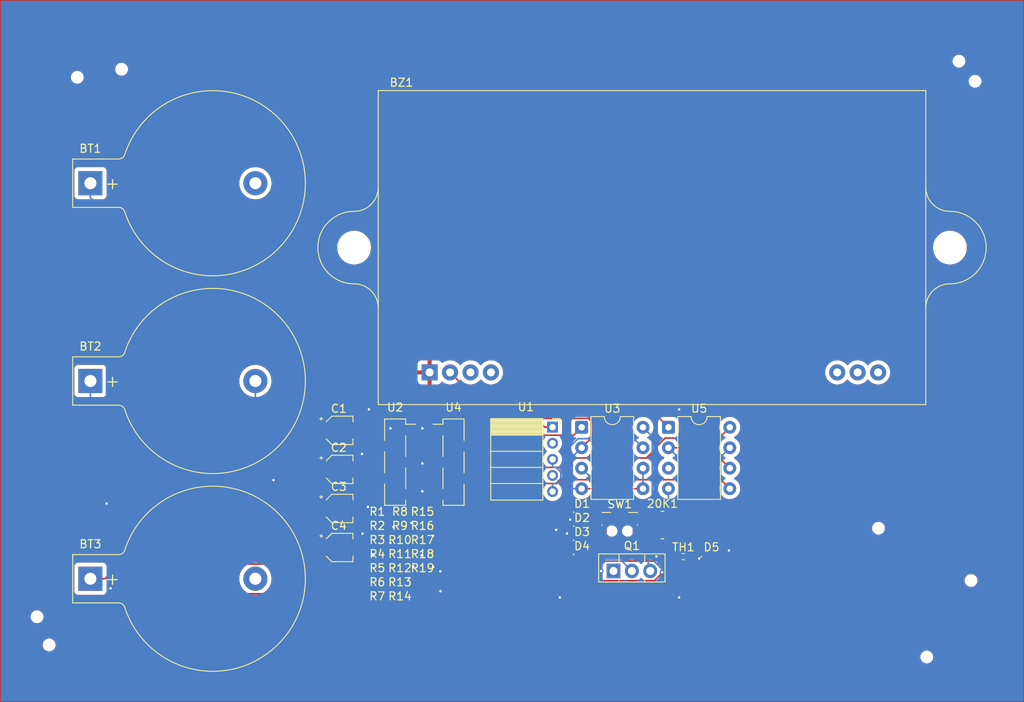
<source format=kicad_pcb>
(kicad_pcb (version 20241229) (generator "pcbnew") (generator_version "9.0")
  (layers (0 "F.Cu" signal) (2 "B.Cu" signal) (13 "F.Paste" user) (15 "B.Paste" user) (5 "F.SilkS" user "F.Silkscreen") (7 "B.SilkS" user "B.Silkscreen") (1 "F.Mask" user) (3 "B.Mask" user) (25 "Edge.Cuts" user))
  (net 0 "")
  (net 1 "+12V")
  (net 2 "12V")
  (net 3 "Net-(BT1-+)")
  (net 4 "Net-(BT2--)")
  (net 5 "Net-(BT2-+)")
  (net 6 "Net-(BT3-+)")
  (net 7 "Net-(BZ1--)")
  (net 8 "VEE")
  (net 9 "Net-(U3-GND)")
  (net 10 "Net-(U3-CV)")
  (net 11 "Net-(U5-CV)")
  (net 12 "Net-(U5-GND)")
  (net 13 "Net-(U5-THR)")
  (net 14 "Net-(D1-A)")
  (net 15 "Net-(D2-A)")
  (net 16 "Net-(D3-A)")
  (net 17 "Net-(D4-A)")
  (net 18 "Net-(D5-A)")
  (net 19 "Net-(Q1-C)")
  (net 20 "Net-(Q1-B)")
  (net 21 "Net-(R2-Pad1)")
  (net 22 "Net-(U2A--)")
  (net 23 "Net-(R6-Pad2)")
  (net 24 "Net-(R8-Pad1)")
  (net 25 "Net-(U3-VCC)")
  (net 26 "Net-(U3-DIS)")
  (net 27 "Net-(U5-R)")
  (net 28 "Net-(U5-VCC)")
  (net 30 "Net-(U1A-+)")
  (net 32 "CAR_BATTERY")
  (footprint "Battery:BatteryHolder_Keystone_103_1x20mm" (layer "F.Cu") (at 71.6275 67.1557)
    (property "Reference" "BT1" (at 0 -4.3 0) (layer "F.SilkS"))
    (property "Value" "12v")
    (fp_text user "+" (at 2.75 0 0) (layer "F.SilkS") (effects (font (size 1.5 1.5))))
    (pad "1" thru_hole rect (at 0 0) (size 3 3) (drill 1.5) (layers "*.Cu" "*.Mask") (net 3 "Net-(BT1-+)"))
    (pad "2" thru_hole circle (at 20.49 0) (size 3 3) (drill 1.5) (layers "*.Cu" "*.Mask") (net 1 "+12V"))
  )
  (footprint "Resistor_SMD:R_0201_0603Metric_Pad0.64x0.40mm_HandSolder" (layer "F.Cu") (at 110.0675 110.75)
    (property "Reference" "R9" (at 0 -1.05 0) (layer "F.SilkS"))
    (property "Value" "10K")
    (pad "1" smd roundrect (at -0.4075 0) (size 0.635 0.4) (layers "F.Cu" "F.Mask") (net 16 "Net-(D3-A)"))
    (pad "2" smd roundrect (at 0.4075 0) (size 0.635 0.4) (layers "F.Cu" "F.Mask") (net 10 "Net-(U3-CV)"))
  )
  (footprint "Resistor_SMD:R_0402_1005Metric_Pad0.72x0.64mm_HandSolder" (layer "F.Cu") (at 145.2775 113.53)
    (property "Reference" "TH1" (at 0 -1.17 0) (layer "F.SilkS"))
    (property "Value" "Thermistor_NTC")
    (pad "1" smd roundrect (at -0.5975 0) (size 0.715 0.64) (layers "F.Cu" "F.Mask" "F.Paste") (net 5 "Net-(BT2-+)"))
    (pad "2" smd roundrect (at 0.5975 0) (size 0.715 0.64) (layers "F.Cu" "F.Mask" "F.Paste") (net 1 "+12V"))
  )
  (footprint "LED_SMD:LED_0201_0603Metric_Pad0.64x0.40mm_HandSolder" (layer "F.Cu") (at 132.6875 108.01)
    (property "Reference" "D1" (at 0 -1.05 0) (layer "F.SilkS"))
    (property "Value" "RED_LED")
    (pad "1" smd roundrect (at -0.4075 0) (size 0.635 0.4) (layers "F.Cu" "F.Mask") (net 3 "Net-(BT1-+)"))
    (pad "2" smd roundrect (at 0.4075 0) (size 0.635 0.4) (layers "F.Cu" "F.Mask") (net 14 "Net-(D1-A)"))
  )
  (footprint "Resistor_SMD:R_0201_0603Metric_Pad0.64x0.40mm_HandSolder" (layer "F.Cu") (at 107.2575 119.5)
    (property "Reference" "R7" (at 0 -1.05 0) (layer "F.SilkS"))
    (property "Value" "10K")
    (pad "1" smd roundrect (at -0.4075 0) (size 0.635 0.4) (layers "F.Cu" "F.Mask") (net 23 "Net-(R6-Pad2)"))
    (pad "2" smd roundrect (at 0.4075 0) (size 0.635 0.4) (layers "F.Cu" "F.Mask") (net 1 "+12V"))
  )
  (footprint "Resistor_SMD:R_0201_0603Metric_Pad0.64x0.40mm_HandSolder" (layer "F.Cu") (at 107.2575 117.75)
    (property "Reference" "R6" (at 0 -1.05 0) (layer "F.SilkS"))
    (property "Value" "1OK")
    (pad "1" smd roundrect (at -0.4075 0) (size 0.635 0.4) (layers "F.Cu" "F.Mask") (net 5 "Net-(BT2-+)"))
    (pad "2" smd roundrect (at 0.4075 0) (size 0.635 0.4) (layers "F.Cu" "F.Mask") (net 23 "Net-(R6-Pad2)"))
  )
  (footprint "Audio_Module:Reverb_BTDR-1H" (layer "F.Cu") (at 113.7575 90.65)
    (property "Reference" "BZ1" (at -3.5 -36 0) (layer "F.SilkS"))
    (property "Value" "Buzzer")
    (pad "" np_thru_hole circle (at -9.38 -15.5) (size 3.7 3.7) (drill 3.7) (layers "*.Cu" "*.Mask"))
    (pad "" np_thru_hole circle (at 64.62 -15.5) (size 3.7 3.7) (drill 3.7) (layers "*.Cu" "*.Mask"))
    (pad "1" thru_hole rect (at 0 0) (size 2 2) (drill 1) (layers "*.Cu" "*.Mask") (net 8 "VEE"))
    (pad "2" thru_hole circle (at 2.54 0) (size 2 2) (drill 1) (layers "*.Cu" "*.Mask") (net 7 "Net-(BZ1--)"))
    (pad "3" thru_hole circle (at 5.08 0) (size 2 2) (drill 1) (layers "*.Cu" "*.Mask"))
    (pad "4" thru_hole circle (at 7.62 0) (size 2 2) (drill 1) (layers "*.Cu" "*.Mask"))
    (pad "5" thru_hole circle (at 50.62 0) (size 2 2) (drill 1) (layers "*.Cu" "*.Mask"))
    (pad "6" thru_hole circle (at 53.16 0) (size 2 2) (drill 1) (layers "*.Cu" "*.Mask"))
    (pad "7" thru_hole circle (at 55.7 0) (size 2 2) (drill 1) (layers "*.Cu" "*.Mask"))
  )
  (footprint "Resistor_SMD:R_0201_0603Metric_Pad0.64x0.40mm_HandSolder" (layer "F.Cu") (at 112.8775 109)
    (property "Reference" "R15" (at 0 -1.05 0) (layer "F.SilkS"))
    (property "Value" "50K")
    (pad "1" smd roundrect (at -0.4075 0) (size 0.635 0.4) (layers "F.Cu" "F.Mask") (net 26 "Net-(U3-DIS)"))
    (pad "2" smd roundrect (at 0.4075 0) (size 0.635 0.4) (layers "F.Cu" "F.Mask") (net 10 "Net-(U3-CV)"))
  )
  (footprint "Capacitor_SMD:CP_Elec_3x5.3" (layer "F.Cu") (at 102.4775 112.4)
    (property "Reference" "C4" (at 0 -2.7 0) (layer "F.SilkS"))
    (property "Value" "0.01uf")
    (pad "1" smd rect (at -1.5 0) (size 2.2 1.6) (layers "F.Cu" "F.Mask" "F.Paste") (net 13 "Net-(U5-THR)"))
    (pad "2" smd rect (at 1.5 0) (size 2.2 1.6) (layers "F.Cu" "F.Mask" "F.Paste") (net 12 "Net-(U5-GND)"))
  )
  (footprint "Resistor_SMD:R_0201_0603Metric_Pad0.64x0.40mm_HandSolder" (layer "F.Cu") (at 110.0675 116)
    (property "Reference" "R12" (at 0 -1.05 0) (layer "F.SilkS"))
    (property "Value" "10K")
    (pad "1" smd roundrect (at -0.4075 0) (size 0.635 0.4) (layers "F.Cu" "F.Mask") (net 25 "Net-(U3-VCC)"))
    (pad "2" smd roundrect (at 0.4075 0) (size 0.635 0.4) (layers "F.Cu" "F.Mask") (net 26 "Net-(U3-DIS)"))
  )
  (footprint "Diode_SMD:D_0402_1005Metric_Pad0.77x0.64mm_HandSolder" (layer "F.Cu") (at 148.7675 113.53)
    (property "Reference" "D5" (at 0 -1.17 0) (layer "F.SilkS"))
    (property "Value" "1N4007")
    (pad "1" smd roundrect (at -0.5725 0) (size 0.765 0.64) (layers "F.Cu" "F.Mask" "F.Paste") (net 7 "Net-(BZ1--)"))
    (pad "2" smd roundrect (at 0.5725 0) (size 0.765 0.64) (layers "F.Cu" "F.Mask" "F.Paste") (net 18 "Net-(D5-A)"))
  )
  (footprint "Connector_PinSocket_2.00mm:PinSocket_1x05_P2.00mm_Vertical_SMD_Pin1Right" (layer "F.Cu") (at 109.4775 101.8)
    (property "Reference" "U2" (at 0 -6.8 0) (layer "F.SilkS"))
    (property "Value" "LM358")
    (pad "1" smd rect (at 1.6 -4) (size 2 0.9) (layers "F.Cu" "F.Mask" "F.Paste") (net 10 "Net-(U3-CV)"))
    (pad "2" smd rect (at -1.6 -2) (size 2 0.9) (layers "F.Cu" "F.Mask" "F.Paste") (net 22 "Net-(U2A--)"))
    (pad "3" smd rect (at 1.6 0) (size 2 0.9) (layers "F.Cu" "F.Mask" "F.Paste") (net 1 "+12V"))
    (pad "4" smd rect (at -1.6 2) (size 2 0.9) (layers "F.Cu" "F.Mask" "F.Paste") (net 4 "Net-(BT2--)"))
    (pad "5" smd rect (at 1.6 4) (size 2 0.9) (layers "F.Cu" "F.Mask" "F.Paste"))
  )
  (footprint "Resistor_SMD:R_0201_0603Metric_Pad0.64x0.40mm_HandSolder" (layer "F.Cu") (at 107.2575 110.75)
    (property "Reference" "R2" (at 0 -1.05 0) (layer "F.SilkS"))
    (property "Value" "10k")
    (pad "1" smd roundrect (at -0.4075 0) (size 0.635 0.4) (layers "F.Cu" "F.Mask") (net 21 "Net-(R2-Pad1)"))
    (pad "2" smd roundrect (at 0.4075 0) (size 0.635 0.4) (layers "F.Cu" "F.Mask") (net 1 "+12V"))
  )
  (footprint "Resistor_SMD:R_0201_0603Metric_Pad0.64x0.40mm_HandSolder" (layer "F.Cu") (at 107.2575 109)
    (property "Reference" "R1" (at 0 -1.05 0) (layer "F.SilkS"))
    (property "Value" "220")
    (pad "1" smd roundrect (at -0.4075 0) (size 0.635 0.4) (layers "F.Cu" "F.Mask") (net 14 "Net-(D1-A)"))
    (pad "2" smd roundrect (at 0.4075 0) (size 0.635 0.4) (layers "F.Cu" "F.Mask") (net 3 "Net-(BT1-+)"))
  )
  (footprint "Resistor_SMD:R_0201_0603Metric_Pad0.64x0.40mm_HandSolder" (layer "F.Cu") (at 112.8775 114.25)
    (property "Reference" "R18" (at 0 -1.05 0) (layer "F.SilkS"))
    (property "Value" "1k")
    (pad "1" smd roundrect (at -0.4075 0) (size 0.635 0.4) (layers "F.Cu" "F.Mask") (net 28 "Net-(U5-VCC)"))
    (pad "2" smd roundrect (at 0.4075 0) (size 0.635 0.4) (layers "F.Cu" "F.Mask") (net 18 "Net-(D5-A)"))
  )
  (footprint "Package_DIP:DIP-8_W7.62mm" (layer "F.Cu") (at 132.6375 97.47)
    (property "Reference" "U3" (at 3.81 -2.33 0) (layer "F.SilkS"))
    (property "Value" "NE555P")
    (pad "1" thru_hole roundrect (at 0 0) (size 1.6 1.6) (drill 0.8) (layers "*.Cu" "*.Mask") (roundrect_rratio 0.15625) (net 9 "Net-(U3-GND)"))
    (pad "2" thru_hole circle (at 0 2.54) (size 1.6 1.6) (drill 0.8) (layers "*.Cu" "*.Mask") (net 10 "Net-(U3-CV)"))
    (pad "3" thru_hole circle (at 0 5.08) (size 1.6 1.6) (drill 0.8) (layers "*.Cu" "*.Mask") (net 20 "Net-(Q1-B)"))
    (pad "4" thru_hole circle (at 0 7.62) (size 1.6 1.6) (drill 0.8) (layers "*.Cu" "*.Mask") (net 10 "Net-(U3-CV)"))
    (pad "5" thru_hole circle (at 7.62 7.62) (size 1.6 1.6) (drill 0.8) (layers "*.Cu" "*.Mask") (net 10 "Net-(U3-CV)"))
    (pad "6" thru_hole circle (at 7.62 5.08) (size 1.6 1.6) (drill 0.8) (layers "*.Cu" "*.Mask") (net 10 "Net-(U3-CV)"))
    (pad "7" thru_hole circle (at 7.62 2.54) (size 1.6 1.6) (drill 0.8) (layers "*.Cu" "*.Mask") (net 26 "Net-(U3-DIS)"))
    (pad "8" thru_hole circle (at 7.62 0) (size 1.6 1.6) (drill 0.8) (layers "*.Cu" "*.Mask") (net 25 "Net-(U3-VCC)"))
  )
  (footprint "LED_SMD:LED_0201_0603Metric_Pad0.64x0.40mm_HandSolder" (layer "F.Cu") (at 132.6875 113.26)
    (property "Reference" "D4" (at 0 -1.05 0) (layer "F.SilkS"))
    (property "Value" "RED_LED")
    (pad "1" smd roundrect (at -0.4075 0) (size 0.635 0.4) (layers "F.Cu" "F.Mask") (net 1 "+12V"))
    (pad "2" smd roundrect (at 0.4075 0) (size 0.635 0.4) (layers "F.Cu" "F.Mask") (net 17 "Net-(D4-A)"))
  )
  (footprint "Battery:BatteryHolder_Keystone_103_1x20mm" (layer "F.Cu") (at 71.6275 91.7172)
    (property "Reference" "BT2" (at 0 -4.3 0) (layer "F.SilkS"))
    (property "Value" "12V")
    (fp_text user "+" (at 2.75 0 0) (layer "F.SilkS") (effects (font (size 1.5 1.5))))
    (pad "1" thru_hole rect (at 0 0) (size 3 3) (drill 1.5) (layers "*.Cu" "*.Mask") (net 5 "Net-(BT2-+)"))
    (pad "2" thru_hole circle (at 20.49 0) (size 3 3) (drill 1.5) (layers "*.Cu" "*.Mask") (net 4 "Net-(BT2--)"))
  )
  (footprint "Connector_PinSocket_2.00mm:PinSocket_1x05_P2.00mm_Vertical_SMD_Pin1Left" (layer "F.Cu") (at 116.7275 101.8)
    (property "Reference" "U4" (at 0 -6.8 0) (layer "F.SilkS"))
    (property "Value" "LM741")
    (pad "1" smd rect (at -1.6 -4) (size 2 0.9) (layers "F.Cu" "F.Mask" "F.Paste"))
    (pad "2" smd rect (at 1.6 -2) (size 2 0.9) (layers "F.Cu" "F.Mask" "F.Paste") (net 1 "+12V"))
    (pad "3" smd rect (at -1.6 0) (size 2 0.9) (layers "F.Cu" "F.Mask" "F.Paste") (net 32 "CAR_BATTERY"))
    (pad "4" smd rect (at 1.6 2) (size 2 0.9) (layers "F.Cu" "F.Mask" "F.Paste") (net 1 "+12V"))
    (pad "5" smd rect (at -1.6 4) (size 2 0.9) (layers "F.Cu" "F.Mask" "F.Paste"))
  )
  (footprint "Resistor_SMD:R_0201_0603Metric_Pad0.64x0.40mm_HandSolder" (layer "F.Cu") (at 112.8775 110.75)
    (property "Reference" "R16" (at 0 -1.05 0) (layer "F.SilkS"))
    (property "Value" "220")
    (pad "1" smd roundrect (at -0.4075 0) (size 0.635 0.4) (layers "F.Cu" "F.Mask") (net 17 "Net-(D4-A)"))
    (pad "2" smd roundrect (at 0.4075 0) (size 0.635 0.4) (layers "F.Cu" "F.Mask") (net 19 "Net-(Q1-C)"))
  )
  (footprint "Resistor_SMD:R_0201_0603Metric_Pad0.64x0.40mm_HandSolder" (layer "F.Cu") (at 107.2575 114.25)
    (property "Reference" "R4" (at 0 -1.05 0) (layer "F.SilkS"))
    (property "Value" "10k")
    (pad "1" smd roundrect (at -0.4075 0) (size 0.635 0.4) (layers "F.Cu" "F.Mask") (net 3 "Net-(BT1-+)"))
    (pad "2" smd roundrect (at 0.4075 0) (size 0.635 0.4) (layers "F.Cu" "F.Mask") (net 1 "+12V"))
  )
  (footprint "Capacitor_SMD:CP_Elec_3x5.3" (layer "F.Cu") (at 102.4775 102.7)
    (property "Reference" "C2" (at 0 -2.7 0) (layer "F.SilkS"))
    (property "Value" "0.01UF")
    (pad "1" smd rect (at -1.5 0) (size 2.2 1.6) (layers "F.Cu" "F.Mask" "F.Paste") (net 10 "Net-(U3-CV)"))
    (pad "2" smd rect (at 1.5 0) (size 2.2 1.6) (layers "F.Cu" "F.Mask" "F.Paste") (net 9 "Net-(U3-GND)"))
  )
  (footprint "Battery:BatteryHolder_Keystone_103_1x20mm" (layer "F.Cu") (at 71.6275 116.2786)
    (property "Reference" "BT3" (at 0 -4.3 0) (layer "F.SilkS"))
    (property "Value" "Battery")
    (fp_text user "+" (at 2.75 0 0) (layer "F.SilkS") (effects (font (size 1.5 1.5))))
    (pad "1" thru_hole rect (at 0 0) (size 3 3) (drill 1.5) (layers "*.Cu" "*.Mask") (net 6 "Net-(BT3-+)"))
    (pad "2" thru_hole circle (at 20.49 0) (size 3 3) (drill 1.5) (layers "*.Cu" "*.Mask") (net 1 "+12V"))
  )
  (footprint "Resistor_SMD:R_0201_0603Metric_Pad0.64x0.40mm_HandSolder" (layer "F.Cu") (at 112.8775 112.5)
    (property "Reference" "R17" (at 0 -1.05 0) (layer "F.SilkS"))
    (property "Value" "4.7k")
    (pad "1" smd roundrect (at -0.4075 0) (size 0.635 0.4) (layers "F.Cu" "F.Mask") (net 28 "Net-(U5-VCC)"))
    (pad "2" smd roundrect (at 0.4075 0) (size 0.635 0.4) (layers "F.Cu" "F.Mask") (net 27 "Net-(U5-R)"))
  )
  (footprint "Package_TO_SOT_THT:TO-126-3_Vertical" (layer "F.Cu") (at 136.5975 115.31)
    (property "Reference" "Q1" (at 2.28 -3.12 0) (layer "F.SilkS"))
    (property "Value" "BC457")
    (pad "1" thru_hole rect (at 0 0) (size 1.71 1.8) (drill 1) (layers "*.Cu" "*.Mask") (net 1 "+12V"))
    (pad "2" thru_hole oval (at 2.28 0) (size 1.71 1.8) (drill 1) (layers "*.Cu" "*.Mask") (net 19 "Net-(Q1-C)"))
    (pad "3" thru_hole oval (at 4.56 0) (size 1.71 1.8) (drill 1) (layers "*.Cu" "*.Mask") (net 20 "Net-(Q1-B)"))
  )
  (footprint "Resistor_SMD:R_0201_0603Metric_Pad0.64x0.40mm_HandSolder" (layer "F.Cu") (at 107.2575 116)
    (property "Reference" "R5" (at 0 -1.05 0) (layer "F.SilkS"))
    (property "Value" "10k")
    (pad "1" smd roundrect (at -0.4075 0) (size 0.635 0.4) (layers "F.Cu" "F.Mask") (net 1 "+12V"))
    (pad "2" smd roundrect (at 0.4075 0) (size 0.635 0.4) (layers "F.Cu" "F.Mask") (net 1 "+12V"))
  )
  (footprint "Connector_PinSocket_2.00mm:PinSocket_1x05_P2.00mm_Horizontal" (layer "F.Cu") (at 129.0275 97.45)
    (property "Reference" "U1" (at -3.31 -2.5 0) (layer "F.SilkS"))
    (property "Value" "LM358")
    (pad "1" thru_hole rect (at 0 0) (size 1.35 1.35) (drill 0.8) (layers "*.Cu" "*.Mask") (net 24 "Net-(R8-Pad1)"))
    (pad "2" thru_hole oval (at 0 2) (size 1.35 1.35) (drill 0.8) (layers "*.Cu" "*.Mask") (net 1 "+12V"))
    (pad "3" thru_hole oval (at 0 4) (size 1.35 1.35) (drill 0.8) (layers "*.Cu" "*.Mask") (net 30 "Net-(U1A-+)"))
    (pad "4" thru_hole oval (at 0 6) (size 1.35 1.35) (drill 0.8) (layers "*.Cu" "*.Mask") (net 1 "+12V"))
    (pad "5" thru_hole oval (at 0 8) (size 1.35 1.35) (drill 0.8) (layers "*.Cu" "*.Mask") (net 30 "Net-(U1A-+)"))
  )
  (footprint "Button_Switch_SMD:SW_SPST_CK_KMS2xxGP" (layer "F.Cu") (at 137.3675 109.61)
    (property "Reference" "SW1" (at 0 -2.6 0) (layer "F.SilkS"))
    (property "Value" "CK_KMS2xxGP")
    (pad "" np_thru_hole circle (at -0.975 0.75) (size 0.9 0.9) (drill 0.9) (layers "*.Cu" "*.Mask"))
    (pad "" np_thru_hole circle (at 0.975 0.75) (size 0.9 0.9) (drill 0.9) (layers "*.Cu" "*.Mask"))
    (pad "1" smd roundrect (at -2.05 -0.8) (size 0.9 1) (layers "F.Cu" "F.Mask" "F.Paste") (roundrect_rratio 0.15) (net 21 "Net-(R2-Pad1)"))
    (pad "1" smd roundrect (at 2.05 -0.8) (size 0.9 1) (layers "F.Cu" "F.Mask" "F.Paste") (roundrect_rratio 0.15) (net 21 "Net-(R2-Pad1)"))
    (pad "2" smd roundrect (at -2.05 0.8) (size 0.9 1) (layers "F.Cu" "F.Mask" "F.Paste") (roundrect_rratio 0.15) (net 5 "Net-(BT2-+)"))
    (pad "2" smd roundrect (at 2.05 0.8) (size 0.9 1) (layers "F.Cu" "F.Mask" "F.Paste") (roundrect_rratio 0.15) (net 5 "Net-(BT2-+)"))
    (pad "SH" smd roundrect (at 0 -1.425) (size 1.7 0.55) (layers "F.Cu" "F.Mask" "F.Paste") (roundrect_rratio 0.15))
  )
  (footprint "Resistor_SMD:R_0201_0603Metric_Pad0.64x0.40mm_HandSolder" (layer "F.Cu") (at 110.0675 114.25)
    (property "Reference" "R11" (at 0 -1.05 0) (layer "F.SilkS"))
    (property "Value" "10K")
    (pad "1" smd roundrect (at -0.4075 0) (size 0.635 0.4) (layers "F.Cu" "F.Mask") (net 6 "Net-(BT3-+)"))
    (pad "2" smd roundrect (at 0.4075 0) (size 0.635 0.4) (layers "F.Cu" "F.Mask") (net 2 "12V"))
  )
  (footprint "Resistor_SMD:R_0612_1632Metric" (layer "F.Cu") (at 142.6675 109.61)
    (property "Reference" "20K1" (at 0 -2.65 0) (layer "F.SilkS"))
    (property "Value" "Thermistor_NTC")
    (pad "1" smd roundrect (at -0.75 0) (size 1 3.4) (layers "F.Cu" "F.Mask" "F.Paste") (net 2 "12V"))
    (pad "2" smd roundrect (at 0.75 0) (size 1 3.4) (layers "F.Cu" "F.Mask" "F.Paste") (net 1 "+12V"))
  )
  (footprint "Package_DIP:DIP-8_W7.62mm" (layer "F.Cu") (at 143.4175 97.47)
    (property "Reference" "U5" (at 3.81 -2.33 0) (layer "F.SilkS"))
    (property "Value" "NE555P")
    (pad "1" thru_hole roundrect (at 0 0) (size 1.6 1.6) (drill 0.8) (layers "*.Cu" "*.Mask") (roundrect_rratio 0.15625) (net 12 "Net-(U5-GND)"))
    (pad "2" thru_hole circle (at 0 2.54) (size 1.6 1.6) (drill 0.8) (layers "*.Cu" "*.Mask") (net 13 "Net-(U5-THR)"))
    (pad "3" thru_hole circle (at 0 5.08) (size 1.6 1.6) (drill 0.8) (layers "*.Cu" "*.Mask") (net 1 "+12V"))
    (pad "4" thru_hole circle (at 0 7.62) (size 1.6 1.6) (drill 0.8) (layers "*.Cu" "*.Mask") (net 27 "Net-(U5-R)"))
    (pad "5" thru_hole circle (at 7.62 7.62) (size 1.6 1.6) (drill 0.8) (layers "*.Cu" "*.Mask") (net 11 "Net-(U5-CV)"))
    (pad "6" thru_hole circle (at 7.62 5.08) (size 1.6 1.6) (drill 0.8) (layers "*.Cu" "*.Mask") (net 13 "Net-(U5-THR)"))
    (pad "7" thru_hole circle (at 7.62 2.54) (size 1.6 1.6) (drill 0.8) (layers "*.Cu" "*.Mask") (net 18 "Net-(D5-A)"))
    (pad "8" thru_hole circle (at 7.62 0) (size 1.6 1.6) (drill 0.8) (layers "*.Cu" "*.Mask") (net 28 "Net-(U5-VCC)"))
  )
  (footprint "Resistor_SMD:R_0201_0603Metric_Pad0.64x0.40mm_HandSolder" (layer "F.Cu") (at 110.0675 119.5)
    (property "Reference" "R14" (at 0 -1.05 0) (layer "F.SilkS"))
    (property "Value" "10K")
    (pad "1" smd roundrect (at -0.4075 0) (size 0.635 0.4) (layers "F.Cu" "F.Mask") (net 1 "+12V"))
    (pad "2" smd roundrect (at 0.4075 0) (size 0.635 0.4) (layers "F.Cu" "F.Mask") (net 1 "+12V"))
  )
  (footprint "Resistor_SMD:R_0201_0603Metric_Pad0.64x0.40mm_HandSolder" (layer "F.Cu") (at 110.0675 117.75)
    (property "Reference" "R13" (at 0 -1.05 0) (layer "F.SilkS"))
    (property "Value" "10K")
    (pad "1" smd roundrect (at -0.4075 0) (size 0.635 0.4) (layers "F.Cu" "F.Mask") (net 2 "12V"))
    (pad "2" smd roundrect (at 0.4075 0) (size 0.635 0.4) (layers "F.Cu" "F.Mask") (net 1 "+12V"))
  )
  (footprint "Resistor_SMD:R_0201_0603Metric_Pad0.64x0.40mm_HandSolder" (layer "F.Cu") (at 107.2575 112.5)
    (property "Reference" "R3" (at 0 -1.05 0) (layer "F.SilkS"))
    (property "Value" "10k")
    (pad "1" smd roundrect (at -0.4075 0) (size 0.635 0.4) (layers "F.Cu" "F.Mask") (net 22 "Net-(U2A--)"))
    (pad "2" smd roundrect (at 0.4075 0) (size 0.635 0.4) (layers "F.Cu" "F.Mask") (net 1 "+12V"))
  )
  (footprint "Capacitor_SMD:CP_Elec_3x5.3" (layer "F.Cu") (at 102.4775 97.85)
    (property "Reference" "C1" (at 0 -2.7 0) (layer "F.SilkS"))
    (property "Value" "0.01UF")
    (pad "1" smd rect (at -1.5 0) (size 2.2 1.6) (layers "F.Cu" "F.Mask" "F.Paste") (net 10 "Net-(U3-CV)"))
    (pad "2" smd rect (at 1.5 0) (size 2.2 1.6) (layers "F.Cu" "F.Mask" "F.Paste") (net 9 "Net-(U3-GND)"))
  )
  (footprint "Capacitor_SMD:CP_Elec_3x5.3" (layer "F.Cu") (at 102.4775 107.55)
    (property "Reference" "C3" (at 0 -2.7 0) (layer "F.SilkS"))
    (property "Value" "0.01uf")
    (pad "1" smd rect (at -1.5 0) (size 2.2 1.6) (layers "F.Cu" "F.Mask" "F.Paste") (net 11 "Net-(U5-CV)"))
    (pad "2" smd rect (at 1.5 0) (size 2.2 1.6) (layers "F.Cu" "F.Mask" "F.Paste") (net 12 "Net-(U5-GND)"))
  )
  (footprint "Resistor_SMD:R_0201_0603Metric_Pad0.64x0.40mm_HandSolder" (layer "F.Cu") (at 110.0675 112.5)
    (property "Reference" "R10" (at 0 -1.05 0) (layer "F.SilkS"))
    (property "Value" "4.7K")
    (pad "1" smd roundrect (at -0.4075 0) (size 0.635 0.4) (layers "F.Cu" "F.Mask") (net 25 "Net-(U3-VCC)"))
    (pad "2" smd roundrect (at 0.4075 0) (size 0.635 0.4) (layers "F.Cu" "F.Mask") (net 10 "Net-(U3-CV)"))
  )
  (footprint "LED_SMD:LED_0201_0603Metric_Pad0.64x0.40mm_HandSolder" (layer "F.Cu") (at 132.6875 109.76)
    (property "Reference" "D2" (at 0 -1.05 0) (layer "F.SilkS"))
    (property "Value" "YELLOW_LED")
    (pad "1" smd roundrect (at -0.4075 0) (size 0.635 0.4) (layers "F.Cu" "F.Mask") (net 1 "+12V"))
    (pad "2" smd roundrect (at 0.4075 0) (size 0.635 0.4) (layers "F.Cu" "F.Mask") (net 15 "Net-(D2-A)"))
  )
  (footprint "Resistor_SMD:R_0201_0603Metric_Pad0.64x0.40mm_HandSolder" (layer "F.Cu") (at 112.8775 116)
    (property "Reference" "R19" (at 0 -1.05 0) (layer "F.SilkS"))
    (property "Value" "50k")
    (pad "1" smd roundrect (at -0.4075 0) (size 0.635 0.4) (layers "F.Cu" "F.Mask") (net 18 "Net-(D5-A)"))
    (pad "2" smd roundrect (at 0.4075 0) (size 0.635 0.4) (layers "F.Cu" "F.Mask") (net 13 "Net-(U5-THR)"))
  )
  (footprint "Resistor_SMD:R_0201_0603Metric_Pad0.64x0.40mm_HandSolder" (layer "F.Cu") (at 110.0675 109)
    (property "Reference" "R8" (at 0 -1.05 0) (layer "F.SilkS"))
    (property "Value" "220")
    (pad "1" smd roundrect (at -0.4075 0) (size 0.635 0.4) (layers "F.Cu" "F.Mask") (net 24 "Net-(R8-Pad1)"))
    (pad "2" smd roundrect (at 0.4075 0) (size 0.635 0.4) (layers "F.Cu" "F.Mask") (net 15 "Net-(D2-A)"))
  )
  (footprint "LED_SMD:LED_0201_0603Metric_Pad0.64x0.40mm_HandSolder" (layer "F.Cu") (at 132.6875 111.51)
    (property "Reference" "D3" (at 0 -1.05 0) (layer "F.SilkS"))
    (property "Value" "LED_GREEN")
    (pad "1" smd roundrect (at -0.4075 0) (size 0.635 0.4) (layers "F.Cu" "F.Mask") (net 1 "+12V"))
    (pad "2" smd roundrect (at 0.4075 0) (size 0.635 0.4) (layers "F.Cu" "F.Mask") (net 16 "Net-(D3-A)"))
  )
  (gr_rect (start 60.5 44.5) (end 187.5 131.5) (stroke (width 0.2)) (fill no) (layer "F.Cu"))
  (segment (start 109.0008 115.7347) (end 109.0008 116.317) (width 0.2) (layer "F.Cu") (net 2))
  (segment (start 110.475 114.25) (end 110.475 114.3537) (width 0.2) (layer "F.Cu") (net 2))
  (segment (start 151.5738 113.0335) (end 147.5487 117.0586) (width 0.2) (layer "F.Cu") (net 2))
  (segment (start 109.7424 117.6676) (end 109.66 117.75) (width 0.2) (layer "F.Cu") (net 2))
  (segment (start 109.3391 115.3964) (end 109.0008 115.7347) (width 0.2) (layer "F.Cu") (net 2))
  (segment (start 109.7424 117.0586) (end 109.7424 117.6676) (width 0.2) (layer "F.Cu") (net 2))
  (segment (start 109.0008 116.317) (end 109.7424 117.0586) (width 0.2) (layer "F.Cu") (net 2))
  (segment (start 141.9175 109.61) (end 141.9175 110.6675) (width 0.2) (layer "F.Cu") (net 2))
  (segment (start 151.5738 112.5093) (end 151.5738 113.0335) (width 0.2) (layer "F.Cu") (net 2))
  (segment (start 143.0604 111.8104) (end 150.8749 111.8104) (width 0.2) (layer "F.Cu") (net 2))
  (segment (start 147.5487 117.0586) (end 109.7424 117.0586) (width 0.2) (layer "F.Cu") (net 2))
  (segment (start 109.4323 115.3964) (end 109.3391 115.3964) (width 0.2) (layer "F.Cu") (net 2))
  (segment (start 141.9175 110.6675) (end 143.0604 111.8104) (width 0.2) (layer "F.Cu") (net 2))
  (segment (start 150.8749 111.8104) (end 151.5738 112.5093) (width 0.2) (layer "F.Cu") (net 2))
  (segment (start 110.475 114.3537) (end 109.4323 115.3964) (width 0.2) (layer "F.Cu") (net 2))
  (segment (start 132.2034 107.9334) (end 108.7316 107.9334) (width 0.2) (layer "F.Cu") (net 3))
  (segment (start 132.28 108.01) (end 132.2034 107.9334) (width 0.2) (layer "F.Cu") (net 3))
  (segment (start 108.2855 112.8246) (end 107.4916 113.6185) (width 0.2) (layer "F.Cu") (net 3))
  (segment (start 80.7402 114.0437) (end 106.7228 114.0437) (width 0.2) (layer "F.Cu") (net 3))
  (segment (start 107.665 109) (end 108.2855 109.6205) (width 0.2) (layer "F.Cu") (net 3))
  (segment (start 73.6326 106.9361) (end 80.7402 114.0437) (width 0.2) (layer "F.Cu") (net 3))
  (segment (start 106.85 114.1709) (end 106.85 114.25) (width 0.2) (layer "F.Cu") (net 3))
  (segment (start 106.7228 114.0437) (end 106.85 114.1709) (width 0.2) (layer "F.Cu") (net 3))
  (segment (start 107.4916 113.6185) (end 107.4024 113.6185) (width 0.2) (layer "F.Cu") (net 3))
  (segment (start 108.7316 107.9334) (end 107.665 109) (width 0.2) (layer "F.Cu") (net 3))
  (segment (start 108.2855 109.6205) (end 108.2855 112.8246) (width 0.2) (layer "F.Cu") (net 3))
  (segment (start 107.4024 113.6185) (end 106.85 114.1709) (width 0.2) (layer "F.Cu") (net 3))
  (via (at 73.6326 106.9361) (size 0.6) (drill 0.3) (layers "F.Cu" "B.Cu") (net 3))
  (segment (start 73.6326 70.9625) (end 73.6326 106.9361) (width 0.2) (layer "B.Cu") (net 3))
  (segment (start 71.6275 68.9574) (end 73.6326 70.9625) (width 0.2) (layer "B.Cu") (net 3))
  (segment (start 71.6275 67.1557) (end 71.6275 68.9574) (width 0.2) (layer "B.Cu") (net 3))
  (segment (start 106.5758 103.8) (end 106.3531 104.0227) (width 0.2) (layer "F.Cu") (net 4))
  (segment (start 107.8775 103.8) (end 106.5758 103.8) (width 0.2) (layer "F.Cu") (net 4))
  (segment (start 106.3531 104.0227) (end 94.3722 104.0227) (width 0.2) (layer "F.Cu") (net 4))
  (via (at 94.3722 104.0227) (size 0.6) (drill 0.3) (layers "F.Cu" "B.Cu") (net 4))
  (segment (start 92.1175 101.768) (end 92.1175 91.7172) (width 0.2) (layer "B.Cu") (net 4))
  (segment (start 94.3722 104.0227) (end 92.1175 101.768) (width 0.2) (layer "B.Cu") (net 4))
  (segment (start 138.7544 111.3834) (end 139.4175 110.7203) (width 0.2) (layer "F.Cu") (net 5))
  (segment (start 144.68 113.53) (end 144.0563 112.9063) (width 0.2) (layer "F.Cu") (net 5))
  (segment (start 108.0522 117.2333) (end 109.4214 118.6025) (width 0.2) (layer "F.Cu") (net 5))
  (segment (start 107.2632 117.2333) (end 108.0522 117.2333) (width 0.2) (layer "F.Cu") (net 5))
  (segment (start 141.6035 112.9063) (end 139.4175 110.7203) (width 0.2) (layer "F.Cu") (net 5))
  (segment (start 135.9898 111.3834) (end 138.7544 111.3834) (width 0.2) (layer "F.Cu") (net 5))
  (segment (start 144.0563 112.9063) (end 141.6035 112.9063) (width 0.2) (layer "F.Cu") (net 5))
  (segment (start 106.4596 118.1404) (end 106.6548 117.9452) (width 0.2) (layer "F.Cu") (net 5))
  (segment (start 74.1208 117.4558) (end 74.8054 118.1404) (width 0.2) (layer "F.Cu") (net 5))
  (segment (start 135.3175 110.6552) (end 135.3175 110.7111) (width 0.2) (layer "F.Cu") (net 5))
  (segment (start 106.6548 117.9452) (end 106.6548 117.8417) (width 0.2) (layer "F.Cu") (net 5))
  (segment (start 106.6548 117.8417) (end 107.2632 117.2333) (width 0.2) (layer "F.Cu") (net 5))
  (segment (start 135.3175 110.7111) (end 135.9898 111.3834) (width 0.2) (layer "F.Cu") (net 5))
  (segment (start 135.3175 110.41) (end 135.3175 110.6552) (width 0.2) (layer "F.Cu") (net 5))
  (segment (start 109.4214 118.6025) (end 129.9258 118.6025) (width 0.2) (layer "F.Cu") (net 5))
  (segment (start 139.4175 110.7203) (end 139.4175 110.41) (width 0.2) (layer "F.Cu") (net 5))
  (segment (start 130.8165 110.6552) (end 135.3175 110.6552) (width 0.2) (layer "F.Cu") (net 5))
  (segment (start 74.8054 118.1404) (end 106.4596 118.1404) (width 0.2) (layer "F.Cu") (net 5))
  (segment (start 106.6548 117.9452) (end 106.85 117.75) (width 0.2) (layer "F.Cu") (net 5))
  (via (at 74.1208 117.4558) (size 0.6) (drill 0.3) (layers "F.Cu" "B.Cu") (net 5))
  (via (at 130.8165 110.6552) (size 0.6) (drill 0.3) (layers "F.Cu" "B.Cu") (net 5))
  (via (at 129.9258 118.6025) (size 0.6) (drill 0.3) (layers "F.Cu" "B.Cu") (net 5))
  (segment (start 74.1208 112.6309) (end 74.1208 117.4558) (width 0.2) (layer "B.Cu") (net 5))
  (segment (start 130.8165 117.7118) (end 130.8165 110.6552) (width 0.2) (layer "B.Cu") (net 5))
  (segment (start 71.6275 110.1376) (end 74.1208 112.6309) (width 0.2) (layer "B.Cu") (net 5))
  (segment (start 129.9258 118.6025) (end 130.8165 117.7118) (width 0.2) (layer "B.Cu") (net 5))
  (segment (start 71.6275 91.7172) (end 71.6275 110.1376) (width 0.2) (layer "B.Cu") (net 5))
  (segment (start 109.1256 114.7844) (end 109.66 114.25) (width 0.2) (layer "F.Cu") (net 6))
  (segment (start 71.6275 116.2786) (end 73.4292 116.2786) (width 0.2) (layer "F.Cu") (net 6))
  (segment (start 102.8262 114.7844) (end 109.1256 114.7844) (width 0.2) (layer "F.Cu") (net 6))
  (segment (start 102.4872 114.4454) (end 102.8262 114.7844) (width 0.2) (layer "F.Cu") (net 6))
  (segment (start 73.4292 116.2786) (end 75.2624 114.4454) (width 0.2) (layer "F.Cu") (net 6))
  (segment (start 75.2624 114.4454) (end 102.4872 114.4454) (width 0.2) (layer "F.Cu") (net 6))
  (segment (start 120.8949 95.2474) (end 116.2975 90.65) (width 0.2) (layer "F.Cu") (net 7))
  (segment (start 144.7398 95.2474) (end 120.8949 95.2474) (width 0.2) (layer "F.Cu") (net 7))
  (segment (start 147.9647 113.7603) (end 147.2417 113.7603) (width 0.2) (layer "F.Cu") (net 7))
  (segment (start 148.195 113.53) (end 147.9647 113.7603) (width 0.2) (layer "F.Cu") (net 7))
  (via (at 144.7398 95.2474) (size 0.6) (drill 0.3) (layers "F.Cu" "B.Cu") (net 7))
  (via (at 147.2417 113.7603) (size 0.6) (drill 0.3) (layers "F.Cu" "B.Cu") (net 7))
  (segment (start 147.2417 97.7493) (end 147.2417 113.7603) (width 0.2) (layer "B.Cu") (net 7))
  (segment (start 144.7398 95.2474) (end 147.2417 97.7493) (width 0.2) (layer "B.Cu") (net 7))
  (segment (start 131.6575 98.45) (end 126.6807 98.45) (width 0.2) (layer "F.Cu") (net 9))
  (segment (start 103.9775 97.85) (end 103.9775 98.5561) (width 0.2) (layer "F.Cu") (net 9))
  (segment (start 103.9775 98.5561) (end 103.9775 102.7) (width 0.2) (layer "F.Cu") (net 9))
  (segment (start 126.5746 98.5561) (end 103.9775 98.5561) (width 0.2) (layer "F.Cu") (net 9))
  (segment (start 126.6807 98.45) (end 126.5746 98.5561) (width 0.2) (layer "F.Cu") (net 9))
  (segment (start 132.6375 97.47) (end 131.6575 98.45) (width 0.2) (layer "F.Cu") (net 9))
  (segment (start 110.475 111.8249) (end 110.475 112.5) (width 0.2) (layer "F.Cu") (net 10))
  (segment (start 131.2157 108.9368) (end 131.1525 109) (width 0.2) (layer "F.Cu") (net 10))
  (segment (start 133.7992 96.6595) (end 133.7992 98.8483) (width 0.2) (layer "F.Cu") (net 10))
  (segment (start 110.475 110.75) (end 110.475 111.8249) (width 0.2) (layer "F.Cu") (net 10))
  (segment (start 110.4267 97.8) (end 109.7758 97.8) (width 0.2) (layer "F.Cu") (net 10))
  (segment (start 133.7992 98.8483) (end 132.6375 100.01) (width 0.2) (layer "F.Cu") (net 10))
  (segment (start 100.9775 96.7483) (end 108.7241 96.7483) (width 0.2) (layer "F.Cu") (net 10))
  (segment (start 131.1525 109) (end 113.285 109) (width 0.2) (layer "F.Cu") (net 10))
  (segment (start 110.4945 97.0813) (end 111.2132 96.3626) (width 0.2) (layer "F.Cu") (net 10))
  (segment (start 109.4075 97.0813) (end 109.2323 97.2565) (width 0.2) (layer "F.Cu") (net 10))
  (segment (start 109.7758 97.8) (end 110.4945 97.0813) (width 0.2) (layer "F.Cu") (net 10))
  (segment (start 110.4267 97.8) (end 111.0775 97.8) (width 0.2) (layer "F.Cu") (net 10))
  (segment (start 140.2575 105.09) (end 132.6375 105.09) (width 0.2) (layer "F.Cu") (net 10))
  (segment (start 133.5023 96.3626) (end 133.7992 96.6595) (width 0.2) (layer "F.Cu") (net 10))
  (segment (start 111.2132 96.3626) (end 133.5023 96.3626) (width 0.2) (layer "F.Cu") (net 10))
  (segment (start 110.4945 97.0813) (end 109.4075 97.0813) (width 0.2) (layer "F.Cu") (net 10))
  (segment (start 108.8872 111.8249) (end 110.475 111.8249) (width 0.2) (layer "F.Cu") (net 10))
  (segment (start 100.9775 97.85) (end 100.9775 96.7483) (width 0.2) (layer "F.Cu") (net 10))
  (segment (start 108.7241 96.7483) (end 109.2323 97.2565) (width 0.2) (layer "F.Cu") (net 10))
  (segment (start 100.9775 102.7) (end 100.9775 97.85) (width 0.2) (layer "F.Cu") (net 10))
  (segment (start 109.2323 97.2565) (end 108.8912 97.5976) (width 0.2) (layer "F.Cu") (net 10))
  (via (at 108.8912 97.5976) (size 0.6) (drill 0.3) (layers "F.Cu" "B.Cu") (net 10))
  (via (at 108.8872 111.8249) (size 0.6) (drill 0.3) (layers "F.Cu" "B.Cu") (net 10))
  (via (at 131.2157 108.9368) (size 0.6) (drill 0.3) (layers "F.Cu" "B.Cu") (net 10))
  (segment (start 108.6268 111.5645) (end 108.8872 111.8249) (width 0.2) (layer "B.Cu") (net 10))
  (segment (start 131.4677 108.6848) (end 131.2157 108.9368) (width 0.2) (layer "B.Cu") (net 10))
  (segment (start 140.2575 102.55) (end 140.2575 105.09) (width 0.2) (layer "B.Cu") (net 10))
  (segment (start 108.8912 97.5976) (end 108.6268 97.862) (width 0.2) (layer "B.Cu") (net 10))
  (segment (start 108.6268 97.862) (end 108.6268 111.5645) (width 0.2) (layer "B.Cu") (net 10))
  (segment (start 132.6375 105.09) (end 131.4677 105.09) (width 0.2) (layer "B.Cu") (net 10))
  (segment (start 132.6375 100.01) (end 131.4677 101.1798) (width 0.2) (layer "B.Cu") (net 10))
  (segment (start 131.4677 105.09) (end 131.4677 108.6848) (width 0.2) (layer "B.Cu") (net 10))
  (segment (start 131.4677 101.1798) (end 131.4677 105.09) (width 0.2) (layer "B.Cu") (net 10))
  (segment (start 123.0267 106.5517) (end 107.5415 106.5517) (width 0.2) (layer "F.Cu") (net 11))
  (segment (start 125.1283 104.4501) (end 123.0267 106.5517) (width 0.2) (layer "F.Cu") (net 11))
  (segment (start 129.5424 104.4501) (end 125.1283 104.4501) (width 0.2) (layer "F.Cu") (net 11))
  (segment (start 100.9775 107.55) (end 100.9775 106.4483) (width 0.2) (layer "F.Cu") (net 11))
  (segment (start 130.015 103.9775) (end 129.5424 104.4501) (width 0.2) (layer "F.Cu") (net 11))
  (segment (start 151.0375 105.09) (end 149.925 103.9775) (width 0.2) (layer "F.Cu") (net 11))
  (segment (start 149.925 103.9775) (end 130.015 103.9775) (width 0.2) (layer "F.Cu") (net 11))
  (segment (start 107.5415 106.5517) (end 107.4381 106.4483) (width 0.2) (layer "F.Cu") (net 11))
  (segment (start 107.4381 106.4483) (end 100.9775 106.4483) (width 0.2) (layer "F.Cu") (net 11))
  (segment (start 103.9775 107.55) (end 103.9775 112.4) (width 0.2) (layer "F.Cu") (net 12))
  (segment (start 103.9775 107.55) (end 105.3792 107.55) (width 0.2) (layer "F.Cu") (net 12))
  (segment (start 106.9329 95.9465) (end 106.2234 95.237) (width 0.2) (layer "F.Cu") (net 12))
  (segment (start 141.894 95.9465) (end 106.9329 95.9465) (width 0.2) (layer "F.Cu") (net 12))
  (segment (start 143.4175 97.47) (end 141.894 95.9465) (width 0.2) (layer "F.Cu") (net 12))
  (segment (start 105.5758 107.3534) (end 105.3792 107.55) (width 0.2) (layer "F.Cu") (net 12))
  (segment (start 106.0907 107.3534) (end 105.5758 107.3534) (width 0.2) (layer "F.Cu") (net 12))
  (via (at 106.0907 107.3534) (size 0.6) (drill 0.3) (layers "F.Cu" "B.Cu") (net 12))
  (via (at 106.2234 95.237) (size 0.6) (drill 0.3) (layers "F.Cu" "B.Cu") (net 12))
  (segment (start 106.0907 95.3697) (end 106.0907 107.3534) (width 0.2) (layer "B.Cu") (net 12))
  (segment (start 106.2234 95.237) (end 106.0907 95.3697) (width 0.2) (layer "B.Cu") (net 12))
  (segment (start 100.9775 112.4) (end 100.9775 113.5017) (width 0.2) (layer "F.Cu") (net 13))
  (segment (start 143.9678 117.8305) (end 144.7398 118.6025) (width 0.2) (layer "F.Cu") (net 13))
  (segment (start 115.1118 117.8305) (end 143.9678 117.8305) (width 0.2) (layer "F.Cu") (net 13))
  (segment (start 148.4975 100.01) (end 143.4175 100.01) (width 0.2) (layer "F.Cu") (net 13))
  (segment (start 100.9775 113.5017) (end 106.5501 113.5017) (width 0.2) (layer "F.Cu") (net 13))
  (segment (start 106.5501 113.5017) (end 106.6629 113.3889) (width 0.2) (layer "F.Cu") (net 13))
  (segment (start 114.4485 116) (end 115.0864 115.3621) (width 0.2) (layer "F.Cu") (net 13))
  (segment (start 151.0375 102.55) (end 148.4975 100.01) (width 0.2) (layer "F.Cu") (net 13))
  (segment (start 113.285 116) (end 114.4485 116) (width 0.2) (layer "F.Cu") (net 13))
  (via (at 115.1118 117.8305) (size 0.6) (drill 0.3) (layers "F.Cu" "B.Cu") (net 13))
  (via (at 115.0864 115.3621) (size 0.6) (drill 0.3) (layers "F.Cu" "B.Cu") (net 13))
  (via (at 106.6629 113.3889) (size 0.6) (drill 0.3) (layers "F.Cu" "B.Cu") (net 13))
  (via (at 144.7398 118.6025) (size 0.6) (drill 0.3) (layers "F.Cu" "B.Cu") (net 13))
  (segment (start 115.0864 111.0019) (end 114.4269 110.3424) (width 0.2) (layer "B.Cu") (net 13))
  (segment (start 115.0864 115.3621) (end 115.0864 111.0019) (width 0.2) (layer "B.Cu") (net 13))
  (segment (start 113.9286 110.3424) (end 113.576 110.695) (width 0.2) (layer "B.Cu") (net 13))
  (segment (start 144.7398 118.6025) (end 144.7398 101.3323) (width 0.2) (layer "B.Cu") (net 13))
  (segment (start 113.576 110.695) (end 113.576 113.7278) (width 0.2) (layer "B.Cu") (net 13))
  (segment (start 115.0864 115.3621) (end 115.0864 117.8051) (width 0.2) (layer "B.Cu") (net 13))
  (segment (start 144.7398 101.3323) (end 143.4175 100.01) (width 0.2) (layer "B.Cu") (net 13))
  (segment (start 115.0864 117.8051) (end 115.1118 117.8305) (width 0.2) (layer "B.Cu") (net 13))
  (segment (start 113.576 113.7278) (end 111.9433 115.3605) (width 0.2) (layer "B.Cu") (net 13))
  (segment (start 111.9433 115.3605) (end 108.6345 115.3605) (width 0.2) (layer "B.Cu") (net 13))
  (segment (start 108.6345 115.3605) (end 106.6629 113.3889) (width 0.2) (layer "B.Cu") (net 13))
  (segment (start 114.4269 110.3424) (end 113.9286 110.3424) (width 0.2) (layer "B.Cu") (net 13))
  (segment (start 106.85 108.8662) (end 108.2196 107.4966) (width 0.2) (layer "F.Cu") (net 14))
  (segment (start 132.6679 107.4966) (end 133.095 107.9237) (width 0.2) (layer "F.Cu") (net 14))
  (segment (start 108.2196 107.4966) (end 132.6679 107.4966) (width 0.2) (layer "F.Cu") (net 14))
  (segment (start 106.85 109) (end 106.85 108.8662) (width 0.2) (layer "F.Cu") (net 14))
  (segment (start 133.095 107.9237) (end 133.095 108.01) (width 0.2) (layer "F.Cu") (net 14))
  (segment (start 132.1433 108.685) (end 131.8148 108.685) (width 0.2) (layer "F.Cu") (net 15))
  (segment (start 131.4649 108.3351) (end 111.1399 108.3351) (width 0.2) (layer "F.Cu") (net 15))
  (segment (start 111.1399 108.3351) (end 110.475 109) (width 0.2) (layer "F.Cu") (net 15))
  (segment (start 133.095 109.76) (end 133.095 109.6367) (width 0.2) (layer "F.Cu") (net 15))
  (segment (start 131.8148 108.685) (end 131.4649 108.3351) (width 0.2) (layer "F.Cu") (net 15))
  (segment (start 133.095 109.6367) (end 132.1433 108.685) (width 0.2) (layer "F.Cu") (net 15))
  (segment (start 116.1322 112.0477) (end 114.3251 110.2406) (width 0.2) (layer "F.Cu") (net 16))
  (segment (start 132.6576 112.0477) (end 116.1322 112.0477) (width 0.2) (layer "F.Cu") (net 16))
  (segment (start 114.3251 110.2406) (end 110.0941 110.2406) (width 0.2) (layer "F.Cu") (net 16))
  (segment (start 110.0941 110.2406) (end 109.66 110.6747) (width 0.2) (layer "F.Cu") (net 16))
  (segment (start 133.095 111.6103) (end 132.6576 112.0477) (width 0.2) (layer "F.Cu") (net 16))
  (segment (start 133.095 111.51) (end 133.095 111.6103) (width 0.2) (layer "F.Cu") (net 16))
  (segment (start 109.66 110.6747) (end 109.66 110.75) (width 0.2) (layer "F.Cu") (net 16))
  (segment (start 132.6611 112.727) (end 114.6961 112.727) (width 0.2) (layer "F.Cu") (net 17))
  (segment (start 113.3506 111.3815) (end 113.0224 111.3815) (width 0.2) (layer "F.Cu") (net 17))
  (segment (start 114.6961 112.727) (end 113.3506 111.3815) (width 0.2) (layer "F.Cu") (net 17))
  (segment (start 112.47 110.8291) (end 112.47 110.75) (width 0.2) (layer "F.Cu") (net 17))
  (segment (start 113.0224 111.3815) (end 112.47 110.8291) (width 0.2) (layer "F.Cu") (net 17))
  (segment (start 133.095 113.1609) (end 132.6611 112.727) (width 0.2) (layer "F.Cu") (net 17))
  (segment (start 133.095 113.26) (end 133.095 113.1609) (width 0.2) (layer "F.Cu") (net 17))
  (segment (start 149.34 113.53) (end 148.4507 114.4193) (width 0.2) (layer "F.Cu") (net 18))
  (segment (start 113.3315 114.2035) (end 113.285 114.25) (width 0.2) (layer "F.Cu") (net 18))
  (segment (start 150.1071 112.7629) (end 149.34 113.53) (width 0.2) (layer "F.Cu") (net 18))
  (segment (start 133.7584 114.2035) (end 113.3315 114.2035) (width 0.2) (layer "F.Cu") (net 18))
  (segment (start 141.6225 114.0824) (end 133.8795 114.0824) (width 0.2) (layer "F.Cu") (net 18))
  (segment (start 112.47 115.3685) (end 113.285 114.5535) (width 0.2) (layer "F.Cu") (net 18))
  (segment (start 113.285 114.5535) (end 113.285 114.25) (width 0.2) (layer "F.Cu") (net 18))
  (segment (start 112.47 116) (end 112.47 115.3685) (width 0.2) (layer "F.Cu") (net 18))
  (segment (start 148.4507 114.4193) (end 141.9594 114.4193) (width 0.2) (layer "F.Cu") (net 18))
  (segment (start 150.935 112.7629) (end 150.1071 112.7629) (width 0.2) (layer "F.Cu") (net 18))
  (segment (start 133.8795 114.0824) (end 133.7584 114.2035) (width 0.2) (layer "F.Cu") (net 18))
  (segment (start 141.9594 114.4193) (end 141.6225 114.0824) (width 0.2) (layer "F.Cu") (net 18))
  (via (at 150.935 112.7629) (size 0.6) (drill 0.3) (layers "F.Cu" "B.Cu") (net 18))
  (segment (start 151.0375 100.01) (end 149.8905 101.157) (width 0.2) (layer "B.Cu") (net 18))
  (segment (start 149.8905 111.7184) (end 150.935 112.7629) (width 0.2) (layer "B.Cu") (net 18))
  (segment (start 149.8905 101.157) (end 149.8905 111.7184) (width 0.2) (layer "B.Cu") (net 18))
  (segment (start 134.4408 114.7052) (end 114.3084 114.7052) (width 0.2) (layer "F.Cu") (net 19))
  (segment (start 135.0563 115.3207) (end 134.4408 114.7052) (width 0.2) (layer "F.Cu") (net 19))
  (segment (start 114.3084 114.7052) (end 114.2084 114.8052) (width 0.2) (layer "F.Cu") (net 19))
  (segment (start 113.4791 110.9441) (end 113.285 110.75) (width 0.2) (layer "F.Cu") (net 19))
  (segment (start 114.1777 110.9441) (end 113.4791 110.9441) (width 0.2) (layer "F.Cu") (net 19))
  (via (at 135.0563 115.3207) (size 0.6) (drill 0.3) (layers "F.Cu" "B.Cu") (net 19))
  (via (at 114.1777 110.9441) (size 0.6) (drill 0.3) (layers "F.Cu" "B.Cu") (net 19))
  (via (at 114.2084 114.8052) (size 0.6) (drill 0.3) (layers "F.Cu" "B.Cu") (net 19))
  (segment (start 135.0563 114.5989) (end 135.0563 115.3207) (width 0.2) (layer "B.Cu") (net 19))
  (segment (start 138.8775 115.31) (end 137.6758 114.1083) (width 0.2) (layer "B.Cu") (net 19))
  (segment (start 137.6758 114.1083) (end 135.5469 114.1083) (width 0.2) (layer "B.Cu") (net 19))
  (segment (start 114.1777 114.7745) (end 114.1777 110.9441) (width 0.2) (layer "B.Cu") (net 19))
  (segment (start 135.5469 114.1083) (end 135.0563 114.5989) (width 0.2) (layer "B.Cu") (net 19))
  (segment (start 114.2084 114.8052) (end 114.1777 114.7745) (width 0.2) (layer "B.Cu") (net 19))
  (segment (start 132.6375 102.55) (end 140.9175 110.83) (width 0.2) (layer "B.Cu") (net 20))
  (segment (start 140.9175 115.07) (end 141.1575 115.31) (width 0.2) (layer "B.Cu") (net 20))
  (segment (start 140.9175 110.83) (end 140.9175 115.07) (width 0.2) (layer "B.Cu") (net 20))
  (segment (start 133.5544 107.0469) (end 135.3175 108.81) (width 0.2) (layer "F.Cu") (net 21))
  (segment (start 106.2016 110.1016) (end 106.2016 108.7339) (width 0.2) (layer "F.Cu") (net 21))
  (segment (start 106.2016 108.7339) (end 107.8886 107.0469) (width 0.2) (layer "F.Cu") (net 21))
  (segment (start 107.8886 107.0469) (end 133.5544 107.0469) (width 0.2) (layer "F.Cu") (net 21))
  (segment (start 106.85 110.75) (end 106.2016 110.1016) (width 0.2) (layer "F.Cu") (net 21))
  (segment (start 105.3664 100.7763) (end 105.5995 100.7763) (width 0.2) (layer "F.Cu") (net 22))
  (segment (start 105.5995 100.7763) (end 106.5758 99.8) (width 0.2) (layer "F.Cu") (net 22))
  (segment (start 106.85 112.5) (end 105.4218 111.0718) (width 0.2) (layer "F.Cu") (net 22))
  (segment (start 105.4218 111.0718) (end 105.4218 110.6832) (width 0.2) (layer "F.Cu") (net 22))
  (segment (start 107.8775 99.8) (end 106.5758 99.8) (width 0.2) (layer "F.Cu") (net 22))
  (via (at 105.3664 100.7763) (size 0.6) (drill 0.3) (layers "F.Cu" "B.Cu") (net 22))
  (via (at 105.4218 110.6832) (size 0.6) (drill 0.3) (layers "F.Cu" "B.Cu") (net 22))
  (segment (start 105.3664 110.6278) (end 105.3664 100.7763) (width 0.2) (layer "B.Cu") (net 22))
  (segment (start 105.4218 110.6832) (end 105.3664 110.6278) (width 0.2) (layer "B.Cu") (net 22))
  (segment (start 107.665 117.75) (end 107.665 117.9225) (width 0.2) (layer "F.Cu") (net 23))
  (segment (start 106.85 118.7375) (end 106.85 119.5) (width 0.2) (layer "F.Cu") (net 23))
  (segment (start 107.665 117.9225) (end 106.85 118.7375) (width 0.2) (layer "F.Cu") (net 23))
  (segment (start 109.2726 109.875) (end 109.2726 109.8734) (width 0.2) (layer "F.Cu") (net 24))
  (segment (start 128.0508 97.45) (end 127.6485 97.0477) (width 0.2) (layer "F.Cu") (net 24))
  (segment (start 109.66 109) (end 109.66 109.4876) (width 0.2) (layer "F.Cu") (net 24))
  (segment (start 129.0275 97.45) (end 128.0508 97.45) (width 0.2) (layer "F.Cu") (net 24))
  (segment (start 127.6485 97.0477) (end 113.4039 97.0477) (width 0.2) (layer "F.Cu") (net 24))
  (segment (start 109.66 109.4876) (end 109.2726 109.875) (width 0.2) (layer "F.Cu") (net 24))
  (segment (start 113.4039 97.0477) (end 112.854 97.5976) (width 0.2) (layer "F.Cu") (net 24))
  (via (at 109.2726 109.8734) (size 0.6) (drill 0.3) (layers "F.Cu" "B.Cu") (net 24))
  (via (at 112.854 97.5976) (size 0.6) (drill 0.3) (layers "F.Cu" "B.Cu") (net 24))
  (segment (start 109.2726 101.179) (end 109.2726 109.8734) (width 0.2) (layer "B.Cu") (net 24))
  (segment (start 112.854 97.5976) (end 109.2726 101.179) (width 0.2) (layer "B.Cu") (net 24))
  (segment (start 109.66 116.0712) (end 110.1107 116.5219) (width 0.2) (layer "F.Cu") (net 25))
  (segment (start 141.6663 116.5219) (end 142.6355 115.5527) (width 0.2) (layer "F.Cu") (net 25))
  (segment (start 110.2759 115.3815) (end 110.1988 115.3815) (width 0.2) (layer "F.Cu") (net 25))
  (segment (start 110.1107 116.5219) (end 141.6663 116.5219) (width 0.2) (layer "F.Cu") (net 25))
  (segment (start 109.66 112.5) (end 109.66 112.586) (width 0.2) (layer "F.Cu") (net 25))
  (segment (start 110.578 113.375) (end 111.1003 113.8973) (width 0.2) (layer "F.Cu") (net 25))
  (segment (start 110.449 113.375) (end 110.578 113.375) (width 0.2) (layer "F.Cu") (net 25))
  (segment (start 109.66 116) (end 109.66 116.0712) (width 0.2) (layer "F.Cu") (net 25))
  (segment (start 109.66 112.586) (end 110.449 113.375) (width 0.2) (layer "F.Cu") (net 25))
  (segment (start 109.66 115.9203) (end 109.66 116) (width 0.2) (layer "F.Cu") (net 25))
  (segment (start 110.1988 115.3815) (end 109.66 115.9203) (width 0.2) (layer "F.Cu") (net 25))
  (segment (start 111.1003 113.8973) (end 111.1003 114.5571) (width 0.2) (layer "F.Cu") (net 25))
  (segment (start 142.6355 115.5527) (end 142.6355 115.4706) (width 0.2) (layer "F.Cu") (net 25))
  (segment (start 111.1003 114.5571) (end 110.2759 115.3815) (width 0.2) (layer "F.Cu") (net 25))
  (via (at 142.6355 115.4706) (size 0.6) (drill 0.3) (layers "F.Cu" "B.Cu") (net 25))
  (segment (start 142.6355 115.4706) (end 142.6355 115.1071) (width 0.2) (layer "B.Cu") (net 25))
  (segment (start 141.3208 113.7924) (end 141.3208 108.1764) (width 0.2) (layer "B.Cu") (net 25))
  (segment (start 141.3208 108.1764) (end 141.4149 108.0823) (width 0.2) (layer "B.Cu") (net 25))
  (segment (start 142.6355 115.1071) (end 141.3208 113.7924) (width 0.2) (layer "B.Cu") (net 25))
  (segment (start 141.4149 108.0823) (end 141.4149 98.6274) (width 0.2) (layer "B.Cu") (net 25))
  (segment (start 141.4149 98.6274) (end 140.2575 97.47) (width 0.2) (layer "B.Cu") (net 25))
  (segment (start 112.428 109.042) (end 112.9046 109.5187) (width 0.2) (layer "F.Cu") (net 26))
  (segment (start 111.5211 109.3364) (end 112.1336 109.3364) (width 0.2) (layer "F.Cu") (net 26))
  (segment (start 128.7961 109.5187) (end 129.4805 110.2031) (width 0.2) (layer "F.Cu") (net 26))
  (segment (start 112.1336 109.3364) (end 112.428 109.042) (width 0.2) (layer "F.Cu") (net 26))
  (segment (start 110.475 116) (end 111.702 114.773) (width 0.2) (layer "F.Cu") (net 26))
  (segment (start 111.702 114.773) (end 111.702 114.74) (width 0.2) (layer "F.Cu") (net 26))
  (segment (start 112.9046 109.5187) (end 128.7961 109.5187) (width 0.2) (layer "F.Cu") (net 26))
  (segment (start 112.428 109.042) (end 112.47 109) (width 0.2) (layer "F.Cu") (net 26))
  (via (at 111.5211 109.3364) (size 0.6) (drill 0.3) (layers "F.Cu" "B.Cu") (net 26))
  (via (at 111.702 114.74) (size 0.6) (drill 0.3) (layers "F.Cu" "B.Cu") (net 26))
  (via (at 129.4805 110.2031) (size 0.6) (drill 0.3) (layers "F.Cu" "B.Cu") (net 26))
  (segment (start 132.1853 98.8793) (end 139.1268 98.8793) (width 0.2) (layer "B.Cu") (net 26))
  (segment (start 111.702 114.74) (end 111.702 109.5173) (width 0.2) (layer "B.Cu") (net 26))
  (segment (start 139.1268 98.8793) (end 140.2575 100.01) (width 0.2) (layer "B.Cu") (net 26))
  (segment (start 111.702 109.5173) (end 111.5211 109.3364) (width 0.2) (layer "B.Cu") (net 26))
  (segment (start 130.5749 100.4897) (end 132.1853 98.8793) (width 0.2) (layer "B.Cu") (net 26))
  (segment (start 129.4805 110.2031) (end 130.5749 109.1087) (width 0.2) (layer "B.Cu") (net 26))
  (segment (start 130.5749 109.1087) (end 130.5749 100.4897) (width 0.2) (layer "B.Cu") (net 26))
  (segment (start 114.5868 113.8018) (end 113.285 112.5) (width 0.2) (layer "F.Cu") (net 27))
  (segment (start 141.9225 113.508) (end 133.74 113.508) (width 0.2) (layer "F.Cu") (net 27))
  (segment (start 133.4462 113.8018) (end 114.5868 113.8018) (width 0.2) (layer "F.Cu") (net 27))
  (segment (start 133.74 113.508) (end 133.4462 113.8018) (width 0.2) (layer "F.Cu") (net 27))
  (via (at 141.9225 113.508) (size 0.6) (drill 0.3) (layers "F.Cu" "B.Cu") (net 27))
  (segment (start 143.4175 112.013) (end 141.9225 113.508) (width 0.2) (layer "B.Cu") (net 27))
  (segment (start 143.4175 105.09) (end 143.4175 112.013) (width 0.2) (layer "B.Cu") (net 27))
  (segment (start 112.47 112.5) (end 112.47 113.3734) (width 0.2) (layer "F.Cu") (net 28))
  (segment (start 112.47 113.3734) (end 112.7505 113.3734) (width 0.2) (layer "F.Cu") (net 28))
  (segment (start 131.6882 101.28) (end 130.5182 102.45) (width 0.2) (layer "F.Cu") (net 28))
  (segment (start 112.47 113.3734) (end 112.47 114.25) (width 0.2) (layer "F.Cu") (net 28))
  (segment (start 149.7035 98.804) (end 143.0194 98.804) (width 0.2) (layer "F.Cu") (net 28))
  (segment (start 130.5182 102.45) (end 116.6273 102.45) (width 0.2) (layer "F.Cu") (net 28))
  (segment (start 151.0375 97.47) (end 149.7035 98.804) (width 0.2) (layer "F.Cu") (net 28))
  (segment (start 143.0194 98.804) (end 141.6678 100.1556) (width 0.2) (layer "F.Cu") (net 28))
  (segment (start 114.5271 104.5502) (end 113.7185 104.5502) (width 0.2) (layer "F.Cu") (net 28))
  (segment (start 140.6841 101.28) (end 131.6882 101.28) (width 0.2) (layer "F.Cu") (net 28))
  (segment (start 141.6678 100.2963) (end 140.6841 101.28) (width 0.2) (layer "F.Cu") (net 28))
  (segment (start 113.7185 104.5502) (end 112.854 105.4147) (width 0.2) (layer "F.Cu") (net 28))
  (segment (start 116.6273 102.45) (end 114.5271 104.5502) (width 0.2) (layer "F.Cu") (net 28))
  (segment (start 141.6678 100.1556) (end 141.6678 100.2963) (width 0.2) (layer "F.Cu") (net 28))
  (via (at 112.854 105.4147) (size 0.6) (drill 0.3) (layers "F.Cu" "B.Cu") (net 28))
  (via (at 112.7505 113.3734) (size 0.6) (drill 0.3) (layers "F.Cu" "B.Cu") (net 28))
  (segment (start 112.854 105.4147) (end 112.854 113.2699) (width 0.2) (layer "B.Cu") (net 28))
  (segment (start 112.854 113.2699) (end 112.7505 113.3734) (width 0.2) (layer "B.Cu") (net 28))
  (segment (start 130.0523 103.0467) (end 130.0523 103.8148) (width 0.2) (layer "B.Cu") (net 30))
  (segment (start 129.3938 104.4733) (end 129.0275 104.4733) (width 0.2) (layer "B.Cu") (net 30))
  (segment (start 129.0275 105.45) (end 129.0275 104.4733) (width 0.2) (layer "B.Cu") (net 30))
  (segment (start 129.0275 102.4267) (end 129.4323 102.4267) (width 0.2) (layer "B.Cu") (net 30))
  (segment (start 129.4323 102.4267) (end 130.0523 103.0467) (width 0.2) (layer "B.Cu") (net 30))
  (segment (start 130.0523 103.8148) (end 129.3938 104.4733) (width 0.2) (layer "B.Cu") (net 30))
  (segment (start 129.0275 101.45) (end 129.0275 102.4267) (width 0.2) (layer "B.Cu") (net 30))
  (segment (start 115.1275 101.8) (end 113.8258 101.8) (width 0.2) (layer "F.Cu") (net 32))
  (segment (start 112.854 101.958) (end 113.6678 101.958) (width 0.2) (layer "F.Cu") (net 32))
  (segment (start 113.6678 101.958) (end 113.8258 101.8) (width 0.2) (layer "F.Cu") (net 32))
  (via (at 112.854 101.958) (size 0.6) (drill 0.3) (layers "F.Cu" "B.Cu") (net 32))
  (zone (net 8) (net_name "VEE") (layer "F.Cu") (priority 2) (connect_pads (clearance 0.5)) (min_thickness 0.25) (fill yes (thermal_gap 0.5) (thermal_bridge_width 0.5))
    (polygon (pts (xy 60.5 44.5) (xy 187.5 44.5) (xy 187.5 131.5) (xy 60.5 131.5)))
  )
  (zone (net 32) (net_name "CAR_BATTERY") (layer "B.Cu") (priority 1) (connect_pads (clearance 0.5)) (min_thickness 0.25) (fill yes (thermal_gap 0.5) (thermal_bridge_width 0.5))
    (polygon (pts (xy 60.5 44.5) (xy 187.5 44.5) (xy 187.5 131.5) (xy 60.5 131.5)))
  )
)
</source>
